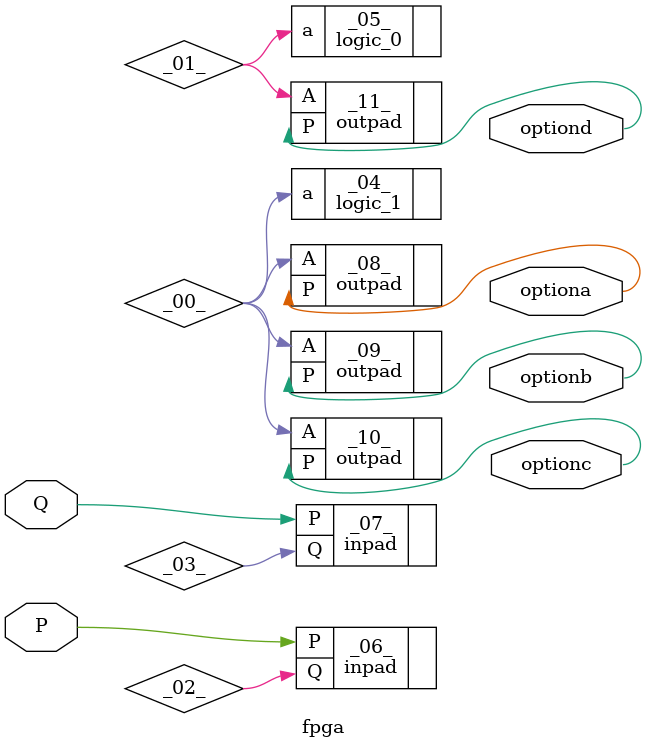
<source format=v>
/* Generated by Yosys 0.9+2406 (git sha1 ca763e6d5, gcc 10.2.1-6 -fPIC -Os) */

(* top =  1  *)
(* src = "/data/data/com.termux/files/home/fpga-examples/blink/fpga.v:1.1-18.10" *)
module fpga(P, Q, optiona, optionb, optionc, optiond);
  wire _00_;
  wire _01_;
  (* unused_bits = "0" *)
  wire _02_;
  (* unused_bits = "0" *)
  wire _03_;
  (* src = "/data/data/com.termux/files/home/fpga-examples/blink/fpga.v:2.16-2.17" *)
  input P;
  (* src = "/data/data/com.termux/files/home/fpga-examples/blink/fpga.v:3.16-3.17" *)
  input Q;
  (* src = "/data/data/com.termux/files/home/fpga-examples/blink/fpga.v:5.17-5.24" *)
  output optiona;
  (* src = "/data/data/com.termux/files/home/fpga-examples/blink/fpga.v:6.17-6.24" *)
  output optionb;
  (* src = "/data/data/com.termux/files/home/fpga-examples/blink/fpga.v:7.17-7.24" *)
  output optionc;
  (* src = "/data/data/com.termux/files/home/fpga-examples/blink/fpga.v:8.17-8.24" *)
  output optiond;
  logic_1 _04_ (
    .a(_00_)
  );
  logic_0 _05_ (
    .a(_01_)
  );
  (* keep = 32'd1 *)
  inpad #(
    .IO_LOC("X14Y3"),
    .IO_PAD("64"),
    .IO_TYPE("BIDIR")
  ) _06_ (
    .P(P),
    .Q(_02_)
  );
  (* keep = 32'd1 *)
  inpad #(
    .IO_LOC("X16Y3"),
    .IO_PAD("62"),
    .IO_TYPE("BIDIR")
  ) _07_ (
    .P(Q),
    .Q(_03_)
  );
  (* keep = 32'd1 *)
  outpad #(
    .IO_LOC("X24Y3"),
    .IO_PAD("59"),
    .IO_TYPE("BIDIR")
  ) _08_ (
    .A(_00_),
    .P(optiona)
  );
  (* keep = 32'd1 *)
  outpad #(
    .IO_LOC("X26Y3"),
    .IO_PAD("57"),
    .IO_TYPE("BIDIR")
  ) _09_ (
    .A(_00_),
    .P(optionb)
  );
  (* keep = 32'd1 *)
  outpad #(
    .IO_LOC("X28Y3"),
    .IO_PAD("56"),
    .IO_TYPE("BIDIR")
  ) _10_ (
    .A(_00_),
    .P(optionc)
  );
  (* keep = 32'd1 *)
  outpad #(
    .IO_LOC("X30Y3"),
    .IO_PAD("55"),
    .IO_TYPE("BIDIR")
  ) _11_ (
    .A(_01_),
    .P(optiond)
  );
endmodule

</source>
